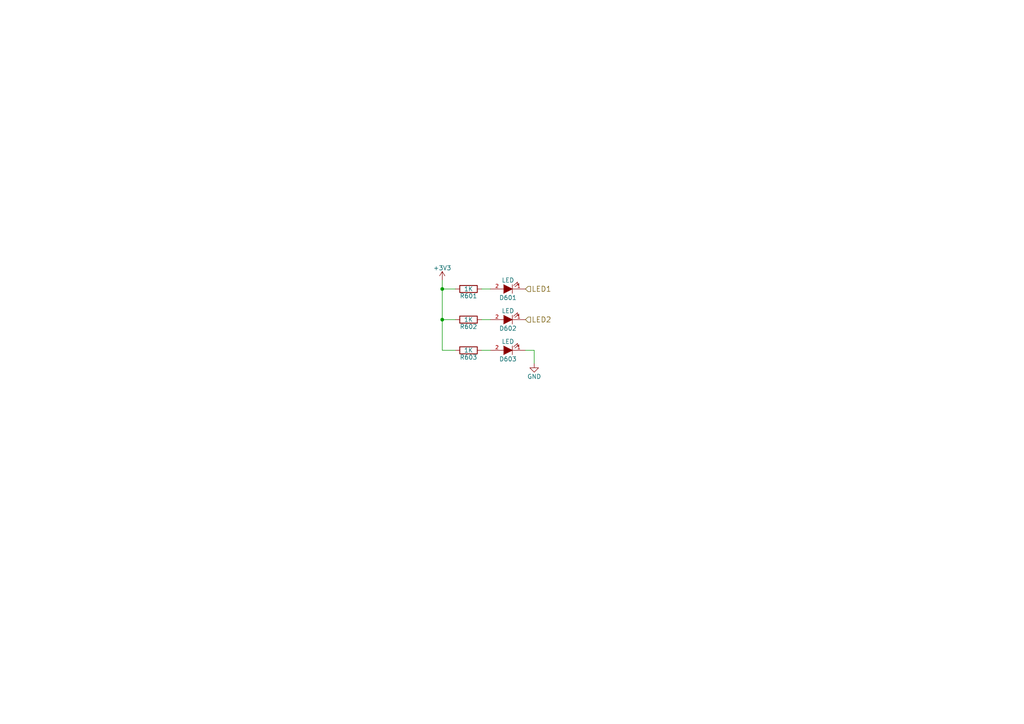
<source format=kicad_sch>
(kicad_sch
	(version 20231120)
	(generator "eeschema")
	(generator_version "8.0")
	(uuid "9b94f7ef-2171-4ba7-b4a4-9bd9b649c8ba")
	(paper "A4")
	(lib_symbols
		(symbol "candleLight-rescue:+3V3"
			(power)
			(pin_names
				(offset 0)
			)
			(exclude_from_sim no)
			(in_bom yes)
			(on_board yes)
			(property "Reference" "#PWR"
				(at 0 -3.81 0)
				(effects
					(font
						(size 1.27 1.27)
					)
					(hide yes)
				)
			)
			(property "Value" "+3V3"
				(at 0 3.556 0)
				(effects
					(font
						(size 1.27 1.27)
					)
				)
			)
			(property "Footprint" ""
				(at 0 0 0)
				(effects
					(font
						(size 1.27 1.27)
					)
				)
			)
			(property "Datasheet" ""
				(at 0 0 0)
				(effects
					(font
						(size 1.27 1.27)
					)
				)
			)
			(property "Description" ""
				(at 0 0 0)
				(effects
					(font
						(size 1.27 1.27)
					)
					(hide yes)
				)
			)
			(property "Field5" ""
				(at 0 0 0)
				(effects
					(font
						(size 1.27 1.27)
					)
					(hide yes)
				)
			)
			(symbol "+3V3_0_1"
				(polyline
					(pts
						(xy -0.762 1.27) (xy 0 2.54)
					)
					(stroke
						(width 0)
						(type solid)
					)
					(fill
						(type none)
					)
				)
				(polyline
					(pts
						(xy 0 0) (xy 0 2.54)
					)
					(stroke
						(width 0)
						(type solid)
					)
					(fill
						(type none)
					)
				)
				(polyline
					(pts
						(xy 0 2.54) (xy 0.762 1.27)
					)
					(stroke
						(width 0)
						(type solid)
					)
					(fill
						(type none)
					)
				)
			)
			(symbol "+3V3_1_1"
				(pin power_in line
					(at 0 0 90)
					(length 0) hide
					(name "+3V3"
						(effects
							(font
								(size 1.27 1.27)
							)
						)
					)
					(number "1"
						(effects
							(font
								(size 1.27 1.27)
							)
						)
					)
				)
			)
		)
		(symbol "candleLight-rescue:GND"
			(power)
			(pin_names
				(offset 0)
			)
			(exclude_from_sim no)
			(in_bom yes)
			(on_board yes)
			(property "Reference" "#PWR"
				(at 0 -6.35 0)
				(effects
					(font
						(size 1.27 1.27)
					)
					(hide yes)
				)
			)
			(property "Value" "GND"
				(at 0 -3.81 0)
				(effects
					(font
						(size 1.27 1.27)
					)
				)
			)
			(property "Footprint" ""
				(at 0 0 0)
				(effects
					(font
						(size 1.27 1.27)
					)
				)
			)
			(property "Datasheet" ""
				(at 0 0 0)
				(effects
					(font
						(size 1.27 1.27)
					)
				)
			)
			(property "Description" ""
				(at 0 0 0)
				(effects
					(font
						(size 1.27 1.27)
					)
					(hide yes)
				)
			)
			(property "Field5" ""
				(at 0 0 0)
				(effects
					(font
						(size 1.27 1.27)
					)
					(hide yes)
				)
			)
			(symbol "GND_0_1"
				(polyline
					(pts
						(xy 0 0) (xy 0 -1.27) (xy 1.27 -1.27) (xy 0 -2.54) (xy -1.27 -1.27) (xy 0 -1.27)
					)
					(stroke
						(width 0)
						(type solid)
					)
					(fill
						(type none)
					)
				)
			)
			(symbol "GND_1_1"
				(pin power_in line
					(at 0 0 270)
					(length 0) hide
					(name "GND"
						(effects
							(font
								(size 1.27 1.27)
							)
						)
					)
					(number "1"
						(effects
							(font
								(size 1.27 1.27)
							)
						)
					)
				)
			)
		)
		(symbol "candleLight-rescue:LED"
			(pin_names
				(offset 1.016) hide)
			(exclude_from_sim no)
			(in_bom yes)
			(on_board yes)
			(property "Reference" "D"
				(at 0 2.54 0)
				(effects
					(font
						(size 1.27 1.27)
					)
				)
			)
			(property "Value" "LED"
				(at 0 -2.54 0)
				(effects
					(font
						(size 1.27 1.27)
					)
				)
			)
			(property "Footprint" ""
				(at 0 0 0)
				(effects
					(font
						(size 1.27 1.27)
					)
				)
			)
			(property "Datasheet" ""
				(at 0 0 0)
				(effects
					(font
						(size 1.27 1.27)
					)
				)
			)
			(property "Description" ""
				(at 0 0 0)
				(effects
					(font
						(size 1.27 1.27)
					)
					(hide yes)
				)
			)
			(property "Field5" ""
				(at 0 0 0)
				(effects
					(font
						(size 1.27 1.27)
					)
					(hide yes)
				)
			)
			(property "ki_fp_filters" "LED-* LED_*"
				(at 0 0 0)
				(effects
					(font
						(size 1.27 1.27)
					)
					(hide yes)
				)
			)
			(symbol "LED_0_1"
				(polyline
					(pts
						(xy -1.27 1.27) (xy -1.27 -1.27)
					)
					(stroke
						(width 0)
						(type solid)
					)
					(fill
						(type none)
					)
				)
				(polyline
					(pts
						(xy -2.032 -0.635) (xy -3.175 -1.651) (xy -3.048 -1.016)
					)
					(stroke
						(width 0)
						(type solid)
					)
					(fill
						(type none)
					)
				)
				(polyline
					(pts
						(xy -1.651 -1.016) (xy -2.794 -2.032) (xy -2.667 -1.397)
					)
					(stroke
						(width 0)
						(type solid)
					)
					(fill
						(type none)
					)
				)
				(polyline
					(pts
						(xy 1.27 1.27) (xy -1.27 0) (xy 1.27 -1.27)
					)
					(stroke
						(width 0)
						(type solid)
					)
					(fill
						(type outline)
					)
				)
			)
			(symbol "LED_1_1"
				(pin passive line
					(at -5.08 0 0)
					(length 3.81)
					(name "K"
						(effects
							(font
								(size 1.016 1.016)
							)
						)
					)
					(number "1"
						(effects
							(font
								(size 1.016 1.016)
							)
						)
					)
				)
				(pin passive line
					(at 5.08 0 180)
					(length 3.81)
					(name "A"
						(effects
							(font
								(size 1.016 1.016)
							)
						)
					)
					(number "2"
						(effects
							(font
								(size 1.016 1.016)
							)
						)
					)
				)
			)
		)
		(symbol "candleLight-rescue:R"
			(pin_numbers hide)
			(pin_names
				(offset 0)
			)
			(exclude_from_sim no)
			(in_bom yes)
			(on_board yes)
			(property "Reference" "R"
				(at 2.032 0 90)
				(effects
					(font
						(size 1.27 1.27)
					)
				)
			)
			(property "Value" "R"
				(at 0 0 90)
				(effects
					(font
						(size 1.27 1.27)
					)
				)
			)
			(property "Footprint" ""
				(at -1.778 0 90)
				(effects
					(font
						(size 1.27 1.27)
					)
				)
			)
			(property "Datasheet" ""
				(at 0 0 0)
				(effects
					(font
						(size 1.27 1.27)
					)
				)
			)
			(property "Description" ""
				(at 0 0 0)
				(effects
					(font
						(size 1.27 1.27)
					)
					(hide yes)
				)
			)
			(property "Field5" ""
				(at 0 0 0)
				(effects
					(font
						(size 1.27 1.27)
					)
					(hide yes)
				)
			)
			(property "ki_fp_filters" "R_* Resistor_*"
				(at 0 0 0)
				(effects
					(font
						(size 1.27 1.27)
					)
					(hide yes)
				)
			)
			(symbol "R_0_1"
				(rectangle
					(start -1.016 -2.54)
					(end 1.016 2.54)
					(stroke
						(width 0.254)
						(type solid)
					)
					(fill
						(type none)
					)
				)
			)
			(symbol "R_1_1"
				(pin passive line
					(at 0 3.81 270)
					(length 1.27)
					(name "~"
						(effects
							(font
								(size 1.27 1.27)
							)
						)
					)
					(number "1"
						(effects
							(font
								(size 1.27 1.27)
							)
						)
					)
				)
				(pin passive line
					(at 0 -3.81 90)
					(length 1.27)
					(name "~"
						(effects
							(font
								(size 1.27 1.27)
							)
						)
					)
					(number "2"
						(effects
							(font
								(size 1.27 1.27)
							)
						)
					)
				)
			)
		)
	)
	(junction
		(at 128.27 83.82)
		(diameter 0)
		(color 0 0 0 0)
		(uuid "63f3353b-e83c-48ab-a12f-c3b37b78f05e")
	)
	(junction
		(at 128.27 92.71)
		(diameter 0)
		(color 0 0 0 0)
		(uuid "e42cb944-db26-4ef2-b5cb-96ff58a96a2e")
	)
	(wire
		(pts
			(xy 128.27 83.82) (xy 132.08 83.82)
		)
		(stroke
			(width 0)
			(type default)
		)
		(uuid "129cc312-7aa4-45a3-befd-c814f48ff849")
	)
	(wire
		(pts
			(xy 139.7 83.82) (xy 142.24 83.82)
		)
		(stroke
			(width 0)
			(type default)
		)
		(uuid "1acee56f-b028-4767-8976-279dedf47279")
	)
	(wire
		(pts
			(xy 128.27 83.82) (xy 128.27 92.71)
		)
		(stroke
			(width 0)
			(type default)
		)
		(uuid "3d052ff8-665f-4336-8b47-f29e90a9d8af")
	)
	(wire
		(pts
			(xy 154.94 101.6) (xy 154.94 105.41)
		)
		(stroke
			(width 0)
			(type default)
		)
		(uuid "78ce86a6-47d8-432d-bdf4-b226b7e7c7cb")
	)
	(wire
		(pts
			(xy 139.7 101.6) (xy 142.24 101.6)
		)
		(stroke
			(width 0)
			(type default)
		)
		(uuid "87e696f3-0761-4ec6-a8fd-e859eb5489ce")
	)
	(wire
		(pts
			(xy 139.7 92.71) (xy 142.24 92.71)
		)
		(stroke
			(width 0)
			(type default)
		)
		(uuid "9ae2f30d-543a-4669-9af8-00b9cbc685ba")
	)
	(wire
		(pts
			(xy 128.27 92.71) (xy 132.08 92.71)
		)
		(stroke
			(width 0)
			(type default)
		)
		(uuid "aeae99ac-bb64-416d-94bb-bed86ce99cb8")
	)
	(wire
		(pts
			(xy 128.27 81.28) (xy 128.27 83.82)
		)
		(stroke
			(width 0)
			(type default)
		)
		(uuid "e36337db-d1a0-4516-9d99-34576e2e0cf0")
	)
	(wire
		(pts
			(xy 128.27 92.71) (xy 128.27 101.6)
		)
		(stroke
			(width 0)
			(type default)
		)
		(uuid "e637de9d-9f6d-4017-a421-e449efebb787")
	)
	(wire
		(pts
			(xy 128.27 101.6) (xy 132.08 101.6)
		)
		(stroke
			(width 0)
			(type default)
		)
		(uuid "e80df144-9788-44a0-a87c-8ddf3e3757b5")
	)
	(wire
		(pts
			(xy 152.4 101.6) (xy 154.94 101.6)
		)
		(stroke
			(width 0)
			(type default)
		)
		(uuid "f91f5240-ad23-4ed8-bcba-23f8d6aa3542")
	)
	(hierarchical_label "LED2"
		(shape input)
		(at 152.4 92.71 0)
		(fields_autoplaced yes)
		(effects
			(font
				(size 1.524 1.524)
			)
			(justify left)
		)
		(uuid "930caa44-902c-416c-b914-cca2889c83d2")
	)
	(hierarchical_label "LED1"
		(shape input)
		(at 152.4 83.82 0)
		(fields_autoplaced yes)
		(effects
			(font
				(size 1.524 1.524)
			)
			(justify left)
		)
		(uuid "96ded620-4f4a-4535-bc31-4597eebeb986")
	)
	(symbol
		(lib_id "candleLight-rescue:LED")
		(at 147.32 83.82 180)
		(unit 1)
		(exclude_from_sim no)
		(in_bom yes)
		(on_board yes)
		(dnp no)
		(uuid "00000000-0000-0000-0000-000056f5f775")
		(property "Reference" "D601"
			(at 147.32 86.36 0)
			(effects
				(font
					(size 1.27 1.27)
				)
			)
		)
		(property "Value" "LED"
			(at 147.32 81.28 0)
			(effects
				(font
					(size 1.27 1.27)
				)
			)
		)
		(property "Footprint" "LEDs:LED_0603"
			(at 147.32 83.82 0)
			(effects
				(font
					(size 1.27 1.27)
				)
				(hide yes)
			)
		)
		(property "Datasheet" ""
			(at 147.32 83.82 0)
			(effects
				(font
					(size 1.27 1.27)
				)
			)
		)
		(property "Description" ""
			(at 147.32 83.82 0)
			(effects
				(font
					(size 1.27 1.27)
				)
				(hide yes)
			)
		)
		(pin "1"
			(uuid "d18e59c7-5e15-45dd-af9a-b62577b74a15")
		)
		(pin "2"
			(uuid "03a94494-06be-43e9-b505-ceacd9d2a17b")
		)
		(instances
			(project "candleLight"
				(path "/a7c5f877-da93-493b-a81a-835318e2a893/00000000-0000-0000-0000-000056f5f6f8"
					(reference "D601")
					(unit 1)
				)
			)
		)
	)
	(symbol
		(lib_id "candleLight-rescue:LED")
		(at 147.32 92.71 180)
		(unit 1)
		(exclude_from_sim no)
		(in_bom yes)
		(on_board yes)
		(dnp no)
		(uuid "00000000-0000-0000-0000-000056f5f923")
		(property "Reference" "D602"
			(at 147.32 95.25 0)
			(effects
				(font
					(size 1.27 1.27)
				)
			)
		)
		(property "Value" "LED"
			(at 147.32 90.17 0)
			(effects
				(font
					(size 1.27 1.27)
				)
			)
		)
		(property "Footprint" "LEDs:LED_0603"
			(at 147.32 92.71 0)
			(effects
				(font
					(size 1.27 1.27)
				)
				(hide yes)
			)
		)
		(property "Datasheet" ""
			(at 147.32 92.71 0)
			(effects
				(font
					(size 1.27 1.27)
				)
			)
		)
		(property "Description" ""
			(at 147.32 92.71 0)
			(effects
				(font
					(size 1.27 1.27)
				)
				(hide yes)
			)
		)
		(pin "1"
			(uuid "d00c5535-c165-4ee7-b9de-a8b31a6e23ff")
		)
		(pin "2"
			(uuid "74d49164-1b96-4241-a444-4fa97eb16e87")
		)
		(instances
			(project "candleLight"
				(path "/a7c5f877-da93-493b-a81a-835318e2a893/00000000-0000-0000-0000-000056f5f6f8"
					(reference "D602")
					(unit 1)
				)
			)
		)
	)
	(symbol
		(lib_id "candleLight-rescue:LED")
		(at 147.32 101.6 180)
		(unit 1)
		(exclude_from_sim no)
		(in_bom yes)
		(on_board yes)
		(dnp no)
		(uuid "00000000-0000-0000-0000-000056f5f971")
		(property "Reference" "D603"
			(at 147.32 104.14 0)
			(effects
				(font
					(size 1.27 1.27)
				)
			)
		)
		(property "Value" "LED"
			(at 147.32 99.06 0)
			(effects
				(font
					(size 1.27 1.27)
				)
			)
		)
		(property "Footprint" "LEDs:LED_0603"
			(at 147.32 101.6 0)
			(effects
				(font
					(size 1.27 1.27)
				)
				(hide yes)
			)
		)
		(property "Datasheet" ""
			(at 147.32 101.6 0)
			(effects
				(font
					(size 1.27 1.27)
				)
			)
		)
		(property "Description" ""
			(at 147.32 101.6 0)
			(effects
				(font
					(size 1.27 1.27)
				)
				(hide yes)
			)
		)
		(pin "1"
			(uuid "9103e33e-c5b6-4fbd-a370-65e6318a43ff")
		)
		(pin "2"
			(uuid "0988b64e-68f9-48d3-ae73-0ae384800b4c")
		)
		(instances
			(project "candleLight"
				(path "/a7c5f877-da93-493b-a81a-835318e2a893/00000000-0000-0000-0000-000056f5f6f8"
					(reference "D603")
					(unit 1)
				)
			)
		)
	)
	(symbol
		(lib_id "candleLight-rescue:+3V3")
		(at 128.27 81.28 0)
		(unit 1)
		(exclude_from_sim no)
		(in_bom yes)
		(on_board yes)
		(dnp no)
		(uuid "00000000-0000-0000-0000-000056f5f9ac")
		(property "Reference" "#PWR038"
			(at 128.27 85.09 0)
			(effects
				(font
					(size 1.27 1.27)
				)
				(hide yes)
			)
		)
		(property "Value" "+3V3"
			(at 128.27 77.724 0)
			(effects
				(font
					(size 1.27 1.27)
				)
			)
		)
		(property "Footprint" ""
			(at 128.27 81.28 0)
			(effects
				(font
					(size 1.27 1.27)
				)
			)
		)
		(property "Datasheet" ""
			(at 128.27 81.28 0)
			(effects
				(font
					(size 1.27 1.27)
				)
			)
		)
		(property "Description" ""
			(at 128.27 81.28 0)
			(effects
				(font
					(size 1.27 1.27)
				)
				(hide yes)
			)
		)
		(pin "1"
			(uuid "8f359389-52ab-441d-a775-a0cfbffafcf5")
		)
		(instances
			(project "candleLight"
				(path "/a7c5f877-da93-493b-a81a-835318e2a893/00000000-0000-0000-0000-000056f5f6f8"
					(reference "#PWR038")
					(unit 1)
				)
			)
		)
	)
	(symbol
		(lib_id "candleLight-rescue:GND")
		(at 154.94 105.41 0)
		(unit 1)
		(exclude_from_sim no)
		(in_bom yes)
		(on_board yes)
		(dnp no)
		(uuid "00000000-0000-0000-0000-000056f5f9e1")
		(property "Reference" "#PWR039"
			(at 154.94 111.76 0)
			(effects
				(font
					(size 1.27 1.27)
				)
				(hide yes)
			)
		)
		(property "Value" "GND"
			(at 154.94 109.22 0)
			(effects
				(font
					(size 1.27 1.27)
				)
			)
		)
		(property "Footprint" ""
			(at 154.94 105.41 0)
			(effects
				(font
					(size 1.27 1.27)
				)
			)
		)
		(property "Datasheet" ""
			(at 154.94 105.41 0)
			(effects
				(font
					(size 1.27 1.27)
				)
			)
		)
		(property "Description" ""
			(at 154.94 105.41 0)
			(effects
				(font
					(size 1.27 1.27)
				)
				(hide yes)
			)
		)
		(pin "1"
			(uuid "d1260199-e719-41ad-a18a-709719cc35b8")
		)
		(instances
			(project "candleLight"
				(path "/a7c5f877-da93-493b-a81a-835318e2a893/00000000-0000-0000-0000-000056f5f6f8"
					(reference "#PWR039")
					(unit 1)
				)
			)
		)
	)
	(symbol
		(lib_id "candleLight-rescue:R")
		(at 135.89 83.82 270)
		(unit 1)
		(exclude_from_sim no)
		(in_bom yes)
		(on_board yes)
		(dnp no)
		(uuid "00000000-0000-0000-0000-000056f67521")
		(property "Reference" "R601"
			(at 135.89 85.852 90)
			(effects
				(font
					(size 1.27 1.27)
				)
			)
		)
		(property "Value" "1K"
			(at 135.89 83.82 90)
			(effects
				(font
					(size 1.27 1.27)
				)
			)
		)
		(property "Footprint" "Resistors_SMD:R_0603"
			(at 135.89 82.042 90)
			(effects
				(font
					(size 1.27 1.27)
				)
				(hide yes)
			)
		)
		(property "Datasheet" ""
			(at 135.89 83.82 0)
			(effects
				(font
					(size 1.27 1.27)
				)
			)
		)
		(property "Description" ""
			(at 135.89 83.82 0)
			(effects
				(font
					(size 1.27 1.27)
				)
				(hide yes)
			)
		)
		(pin "2"
			(uuid "97345942-59eb-4b19-8d12-a269ce12850a")
		)
		(pin "1"
			(uuid "fd920a00-7294-429d-83db-858517ca02f2")
		)
		(instances
			(project "candleLight"
				(path "/a7c5f877-da93-493b-a81a-835318e2a893/00000000-0000-0000-0000-000056f5f6f8"
					(reference "R601")
					(unit 1)
				)
			)
		)
	)
	(symbol
		(lib_id "candleLight-rescue:R")
		(at 135.89 92.71 270)
		(unit 1)
		(exclude_from_sim no)
		(in_bom yes)
		(on_board yes)
		(dnp no)
		(uuid "00000000-0000-0000-0000-000056f67576")
		(property "Reference" "R602"
			(at 135.89 94.742 90)
			(effects
				(font
					(size 1.27 1.27)
				)
			)
		)
		(property "Value" "1K"
			(at 135.89 92.71 90)
			(effects
				(font
					(size 1.27 1.27)
				)
			)
		)
		(property "Footprint" "Resistors_SMD:R_0603"
			(at 135.89 90.932 90)
			(effects
				(font
					(size 1.27 1.27)
				)
				(hide yes)
			)
		)
		(property "Datasheet" ""
			(at 135.89 92.71 0)
			(effects
				(font
					(size 1.27 1.27)
				)
			)
		)
		(property "Description" ""
			(at 135.89 92.71 0)
			(effects
				(font
					(size 1.27 1.27)
				)
				(hide yes)
			)
		)
		(pin "2"
			(uuid "40a83137-a7cb-44f2-98e7-a0eca4beb867")
		)
		(pin "1"
			(uuid "21d4860b-e042-48c2-acb5-175fa7d2f6cc")
		)
		(instances
			(project "candleLight"
				(path "/a7c5f877-da93-493b-a81a-835318e2a893/00000000-0000-0000-0000-000056f5f6f8"
					(reference "R602")
					(unit 1)
				)
			)
		)
	)
	(symbol
		(lib_id "candleLight-rescue:R")
		(at 135.89 101.6 270)
		(unit 1)
		(exclude_from_sim no)
		(in_bom yes)
		(on_board yes)
		(dnp no)
		(uuid "00000000-0000-0000-0000-000056f67763")
		(property "Reference" "R603"
			(at 135.89 103.632 90)
			(effects
				(font
					(size 1.27 1.27)
				)
			)
		)
		(property "Value" "1K"
			(at 135.89 101.6 90)
			(effects
				(font
					(size 1.27 1.27)
				)
			)
		)
		(property "Footprint" "Resistors_SMD:R_0603"
			(at 135.89 99.822 90)
			(effects
				(font
					(size 1.27 1.27)
				)
				(hide yes)
			)
		)
		(property "Datasheet" ""
			(at 135.89 101.6 0)
			(effects
				(font
					(size 1.27 1.27)
				)
			)
		)
		(property "Description" ""
			(at 135.89 101.6 0)
			(effects
				(font
					(size 1.27 1.27)
				)
				(hide yes)
			)
		)
		(pin "2"
			(uuid "2a12281f-ce75-41be-801d-1ec31c58f0de")
		)
		(pin "1"
			(uuid "b127c44c-b4a8-4baf-a4e6-a9a121937cd6")
		)
		(instances
			(project "candleLight"
				(path "/a7c5f877-da93-493b-a81a-835318e2a893/00000000-0000-0000-0000-000056f5f6f8"
					(reference "R603")
					(unit 1)
				)
			)
		)
	)
)

</source>
